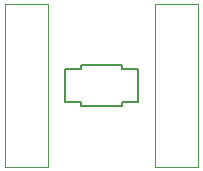
<source format=gbr>
%TF.GenerationSoftware,KiCad,Pcbnew,(5.1.6)-1*%
%TF.CreationDate,2020-11-03T09:44:00-08:00*%
%TF.ProjectId,Breakout_10TSSOP,42726561-6b6f-4757-945f-31305453534f,rev?*%
%TF.SameCoordinates,Original*%
%TF.FileFunction,Other,User*%
%FSLAX46Y46*%
G04 Gerber Fmt 4.6, Leading zero omitted, Abs format (unit mm)*
G04 Created by KiCad (PCBNEW (5.1.6)-1) date 2020-11-03 09:44:00*
%MOMM*%
%LPD*%
G01*
G04 APERTURE LIST*
%ADD10C,0.050000*%
%ADD11C,0.152400*%
G04 APERTURE END LIST*
D10*
%TO.C,J1*%
X125625000Y-114830000D02*
X125625000Y-101080000D01*
X125625000Y-101080000D02*
X122025000Y-101080000D01*
X122025000Y-101080000D02*
X122025000Y-114830000D01*
X122025000Y-114830000D02*
X125625000Y-114830000D01*
%TO.C,J2*%
X134725000Y-114830000D02*
X138325000Y-114830000D01*
X134725000Y-101080000D02*
X134725000Y-114830000D01*
X138325000Y-101080000D02*
X134725000Y-101080000D01*
X138325000Y-114830000D02*
X138325000Y-101080000D01*
D11*
%TO.C,U1*%
X127114300Y-109356400D02*
X127114300Y-106543600D01*
X127114300Y-106543600D02*
X128422400Y-106543600D01*
X128422400Y-106543600D02*
X128422400Y-106197400D01*
X128422400Y-106197400D02*
X131927600Y-106197400D01*
X131927600Y-106197400D02*
X131927600Y-106543600D01*
X131927600Y-106543600D02*
X133235700Y-106543600D01*
X133235700Y-106543600D02*
X133235700Y-109356400D01*
X133235700Y-109356400D02*
X131927600Y-109356400D01*
X131927600Y-109356400D02*
X131927600Y-109702600D01*
X131927600Y-109702600D02*
X128422400Y-109702600D01*
X128422400Y-109702600D02*
X128422400Y-109356400D01*
X128422400Y-109356400D02*
X127114300Y-109356400D01*
%TD*%
M02*

</source>
